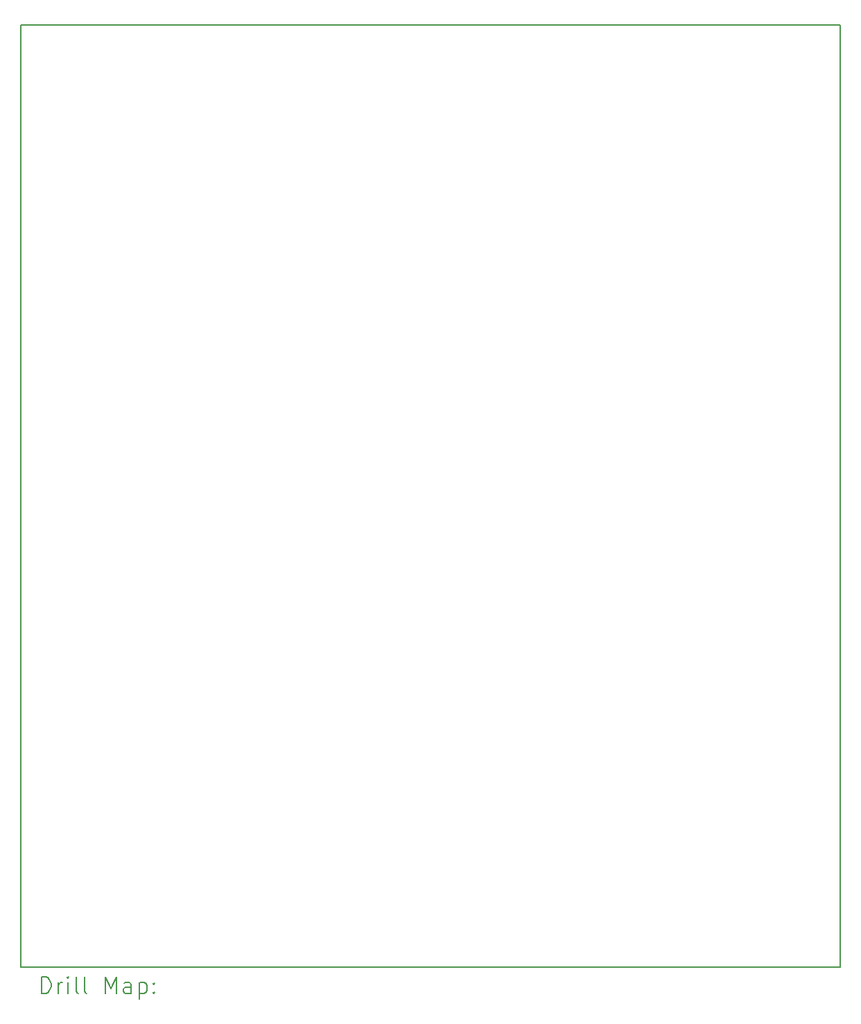
<source format=gbr>
%TF.GenerationSoftware,KiCad,Pcbnew,(6.0.11)*%
%TF.CreationDate,2023-05-22T16:35:11-05:00*%
%TF.ProjectId,Z80ESP,5a383045-5350-42e6-9b69-6361645f7063,rev?*%
%TF.SameCoordinates,Original*%
%TF.FileFunction,Drillmap*%
%TF.FilePolarity,Positive*%
%FSLAX45Y45*%
G04 Gerber Fmt 4.5, Leading zero omitted, Abs format (unit mm)*
G04 Created by KiCad (PCBNEW (6.0.11)) date 2023-05-22 16:35:11*
%MOMM*%
%LPD*%
G01*
G04 APERTURE LIST*
%ADD10C,0.150000*%
%ADD11C,0.200000*%
G04 APERTURE END LIST*
D10*
X14500000Y-3100000D02*
X4500000Y-3100000D01*
X14500000Y-14600000D02*
X14500000Y-3100000D01*
X4500000Y-3100000D02*
X4500000Y-14600000D01*
X4500000Y-14600000D02*
X14500000Y-14600000D01*
D11*
X4750119Y-14917976D02*
X4750119Y-14717976D01*
X4797738Y-14717976D01*
X4826310Y-14727500D01*
X4845357Y-14746548D01*
X4854881Y-14765595D01*
X4864405Y-14803690D01*
X4864405Y-14832262D01*
X4854881Y-14870357D01*
X4845357Y-14889405D01*
X4826310Y-14908452D01*
X4797738Y-14917976D01*
X4750119Y-14917976D01*
X4950119Y-14917976D02*
X4950119Y-14784643D01*
X4950119Y-14822738D02*
X4959643Y-14803690D01*
X4969167Y-14794167D01*
X4988214Y-14784643D01*
X5007262Y-14784643D01*
X5073929Y-14917976D02*
X5073929Y-14784643D01*
X5073929Y-14717976D02*
X5064405Y-14727500D01*
X5073929Y-14737024D01*
X5083452Y-14727500D01*
X5073929Y-14717976D01*
X5073929Y-14737024D01*
X5197738Y-14917976D02*
X5178690Y-14908452D01*
X5169167Y-14889405D01*
X5169167Y-14717976D01*
X5302500Y-14917976D02*
X5283452Y-14908452D01*
X5273929Y-14889405D01*
X5273929Y-14717976D01*
X5531071Y-14917976D02*
X5531071Y-14717976D01*
X5597738Y-14860833D01*
X5664405Y-14717976D01*
X5664405Y-14917976D01*
X5845357Y-14917976D02*
X5845357Y-14813214D01*
X5835833Y-14794167D01*
X5816786Y-14784643D01*
X5778690Y-14784643D01*
X5759643Y-14794167D01*
X5845357Y-14908452D02*
X5826309Y-14917976D01*
X5778690Y-14917976D01*
X5759643Y-14908452D01*
X5750119Y-14889405D01*
X5750119Y-14870357D01*
X5759643Y-14851309D01*
X5778690Y-14841786D01*
X5826309Y-14841786D01*
X5845357Y-14832262D01*
X5940595Y-14784643D02*
X5940595Y-14984643D01*
X5940595Y-14794167D02*
X5959643Y-14784643D01*
X5997738Y-14784643D01*
X6016786Y-14794167D01*
X6026309Y-14803690D01*
X6035833Y-14822738D01*
X6035833Y-14879881D01*
X6026309Y-14898928D01*
X6016786Y-14908452D01*
X5997738Y-14917976D01*
X5959643Y-14917976D01*
X5940595Y-14908452D01*
X6121548Y-14898928D02*
X6131071Y-14908452D01*
X6121548Y-14917976D01*
X6112024Y-14908452D01*
X6121548Y-14898928D01*
X6121548Y-14917976D01*
X6121548Y-14794167D02*
X6131071Y-14803690D01*
X6121548Y-14813214D01*
X6112024Y-14803690D01*
X6121548Y-14794167D01*
X6121548Y-14813214D01*
M02*

</source>
